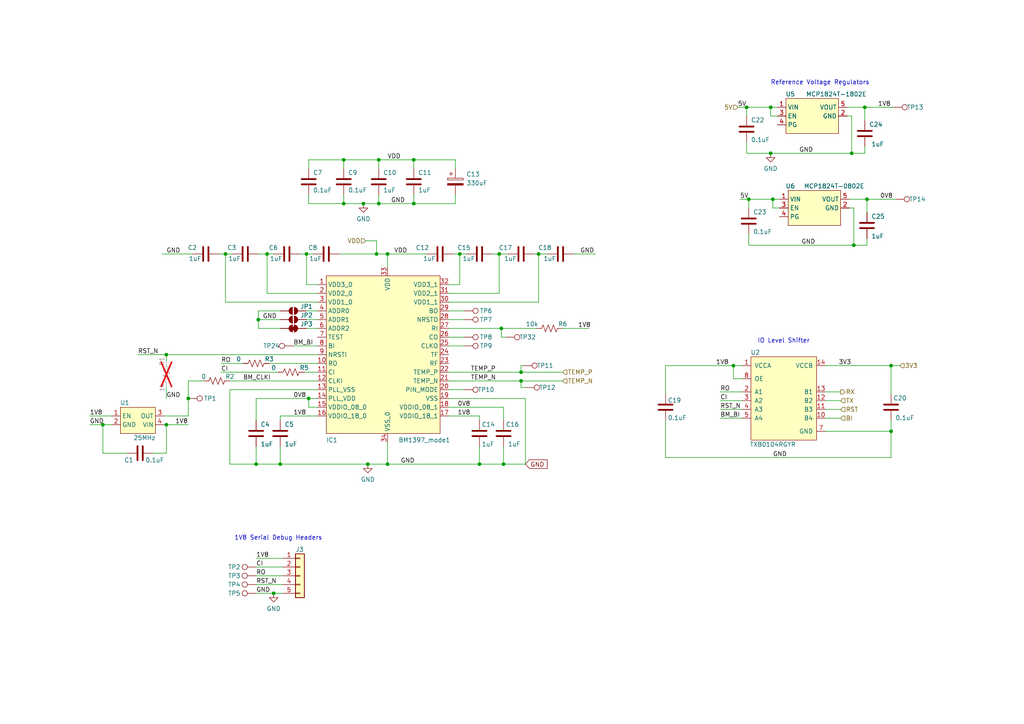
<source format=kicad_sch>
(kicad_sch (version 20230121) (generator eeschema)
  (paper "A4")
  (lib_symbols
    (symbol "Connector:TestPoint" (pin_numbers hide) (pin_names (offset 0.762) hide)
      (property "Reference" "TP" (at 0 6.858 0))
      (property "Value" "TestPoint" (at 0 5.08 0))
      (symbol "TestPoint_0_1"
        (circle (center 0 3.302) (radius 0.762))
      )
      (symbol "TestPoint_1_1"
        (pin passive line (at 0 0 90) (length 2.54) (name "1") (number "1"))
      )
    )
    (symbol "Connector_Generic:Conn_01x05" (pin_names (offset 1.016) hide)
      (property "Reference" "J" (at 0 7.62 0))
      (property "Value" "Conn_01x05" (at 0 -7.62 0))
      (symbol "Conn_01x05_1_1"
        (rectangle (start -1.27 -4.953) (end 0 -5.207) (stroke (width 0.1524)))
        (rectangle (start -1.27 -2.413) (end 0 -2.667) (stroke (width 0.1524)))
        (rectangle (start -1.27 0.127) (end 0 -0.127) (stroke (width 0.1524)))
        (rectangle (start -1.27 2.667) (end 0 2.413) (stroke (width 0.1524)))
        (rectangle (start -1.27 5.207) (end 0 4.953) (stroke (width 0.1524)))
        (rectangle (start -1.27 6.35) (end 1.27 -6.35) (stroke (width 0.254)) (fill (type background)))
        (pin passive line (at -5.08 5.08 0) (length 3.81) (name "Pin_1") (number "1"))
        (pin passive line (at -5.08 2.54 0) (length 3.81) (name "Pin_2") (number "2"))
        (pin passive line (at -5.08 0 0) (length 3.81) (name "Pin_3") (number "3"))
        (pin passive line (at -5.08 -2.54 0) (length 3.81) (name "Pin_4") (number "4"))
        (pin passive line (at -5.08 -5.08 0) (length 3.81) (name "Pin_5") (number "5"))
      )
    )
    (symbol "Device:C" (pin_numbers hide) (pin_names (offset 0.254))
      (property "Reference" "C" (at 0.635 2.54 0))
      (property "Value" "C" (at 0.635 -2.54 0))
      (symbol "C_0_1"
        (polyline (pts (xy -2.032 -0.762) (xy 2.032 -0.762)) (stroke (width 0.508)))
        (polyline (pts (xy -2.032 0.762) (xy 2.032 0.762)) (stroke (width 0.508)))
      )
      (symbol "C_1_1"
        (pin passive line (at 0 3.81 270) (length 2.794) (name "~") (number "1"))
        (pin passive line (at 0 -3.81 90) (length 2.794) (name "~") (number "2"))
      )
    )
    (symbol "Device:C_Polarized" (pin_numbers hide) (pin_names (offset 0.254))
      (property "Reference" "C" (at 0.635 2.54 0))
      (property "Value" "C_Polarized" (at 0.635 -2.54 0))
      (symbol "C_Polarized_0_1"
        (rectangle (start -2.286 0.508) (end 2.286 1.016))
        (polyline (pts (xy -1.778 2.286) (xy -0.762 2.286)))
        (polyline (pts (xy -1.27 2.794) (xy -1.27 1.778)))
        (rectangle (start 2.286 -0.508) (end -2.286 -1.016) (fill (type outline)))
      )
      (symbol "C_Polarized_1_1"
        (pin passive line (at 0 3.81 270) (length 2.794) (name "~") (number "1"))
        (pin passive line (at 0 -3.81 90) (length 2.794) (name "~") (number "2"))
      )
    )
    (symbol "Device:R_US" (pin_numbers hide) (pin_names (offset 0))
      (property "Reference" "R" (at 2.54 0 90))
      (property "Value" "R_US" (at -2.54 0 90))
      (symbol "R_US_0_1"
        (polyline (pts (xy 0 -2.286) (xy 0 -2.54)))
        (polyline (pts (xy 0 2.286) (xy 0 2.54)))
        (polyline (pts (xy 0 -0.762) (xy 1.016 -1.143) (xy 0 -1.524) (xy -1.016 -1.905) (xy 0 -2.286)))
        (polyline (pts (xy 0 0.762) (xy 1.016 0.381) (xy 0 0) (xy -1.016 -0.381) (xy 0 -0.762)))
        (polyline (pts (xy 0 2.286) (xy 1.016 1.905) (xy 0 1.524) (xy -1.016 1.143) (xy 0 0.762)))
      )
      (symbol "R_US_1_1"
        (pin passive line (at 0 3.81 270) (length 1.27) (name "~") (number "1"))
        (pin passive line (at 0 -3.81 90) (length 1.27) (name "~") (number "2"))
      )
    )
    (symbol "Jumper:SolderJumper_2_Open" (pin_numbers hide) (pin_names (offset 0) hide)
      (property "Reference" "JP" (at 0 2.032 0))
      (property "Value" "SolderJumper_2_Open" (at 0 -2.54 0))
      (symbol "SolderJumper_2_Open_0_1"
        (arc (start -0.254 1.016) (mid -1.2656 0) (end -0.254 -1.016))
        (arc (start -0.254 1.016) (mid -1.2656 0) (end -0.254 -1.016) (fill (type outline)))
        (polyline (pts (xy -0.254 1.016) (xy -0.254 -1.016)))
        (polyline (pts (xy 0.254 1.016) (xy 0.254 -1.016)))
        (arc (start 0.254 -1.016) (mid 1.2656 0) (end 0.254 1.016))
        (arc (start 0.254 -1.016) (mid 1.2656 0) (end 0.254 1.016) (fill (type outline)))
      )
      (symbol "SolderJumper_2_Open_1_1"
        (pin passive line (at -3.81 0 0) (length 2.54) (name "A") (number "1"))
        (pin passive line (at 3.81 0 180) (length 2.54) (name "B") (number "2"))
      )
    )
    (symbol "MCP1824_1"
      (property "Reference" "U" (at -7.62 5.08 0))
      (property "Value" "MCP1824_1" (at 5.08 5.08 0))
      (symbol "MCP1824_1_0_1"
        (rectangle (start -7.62 3.81) (end 7.62 -6.35) (stroke (width 0.1524)) (fill (type background)))
      )
      (symbol "MCP1824_1_1_0"
        (pin bidirectional line (at -10.16 1.27 0) (length 2.54) (name "VIN") (number "1"))
        (pin bidirectional line (at 10.16 -1.27 180) (length 2.54) (name "GND") (number "2"))
        (pin bidirectional line (at -10.16 -1.27 0) (length 2.54) (name "EN") (number "3"))
        (pin bidirectional line (at -10.16 -3.81 0) (length 2.54) (name "PG") (number "4"))
        (pin bidirectional line (at 10.16 1.27 180) (length 2.54) (name "VOUT") (number "5"))
      )
    )
    (symbol "SolderJumper_2_Bridged_5" (pin_numbers hide) (pin_names (offset 0) hide)
      (property "Reference" "JP" (at 0 2.032 0))
      (property "Value" "SolderJumper_2_Bridged_5" (at 0 -2.54 0))
      (symbol "SolderJumper_2_Bridged_5_0_1"
        (rectangle (start -0.508 0.508) (end 0.508 -0.508) (fill (type outline)))
        (arc (start -0.254 1.016) (mid -1.2656 0) (end -0.254 -1.016))
        (arc (start -0.254 1.016) (mid -1.2656 0) (end -0.254 -1.016) (fill (type outline)))
        (polyline (pts (xy -0.254 1.016) (xy -0.254 -1.016)))
        (polyline (pts (xy 0.254 1.016) (xy 0.254 -1.016)))
        (arc (start 0.254 -1.016) (mid 1.2656 0) (end 0.254 1.016))
        (arc (start 0.254 -1.016) (mid 1.2656 0) (end 0.254 1.016) (fill (type outline)))
      )
      (symbol "SolderJumper_2_Bridged_5_1_1"
        (pin passive line (at -3.81 0 0) (length 2.54) (name "A") (number "1"))
        (pin passive line (at 3.81 0 180) (length 2.54) (name "B") (number "2"))
      )
    )
    (symbol "bitaxe:BM1397_mode1"
      (property "Reference" "IC" (at -17.78 17.78 0))
      (property "Value" "BM1397_mode1" (at -17.78 -30.48 0))
      (symbol "BM1397_mode1_1_0"
        (pin bidirectional line (at -20.32 15.24 0) (length 2.54) (name "VDD3_0") (number "1"))
        (pin bidirectional line (at -20.32 -7.62 0) (length 2.54) (name "RO") (number "10"))
        (pin bidirectional line (at -20.32 -10.16 0) (length 2.54) (name "CI") (number "11"))
        (pin bidirectional line (at -20.32 -12.7 0) (length 2.54) (name "CLKI") (number "12"))
        (pin bidirectional line (at -20.32 -15.24 0) (length 2.54) (name "PLL_VSS") (number "13"))
        (pin bidirectional line (at -20.32 -17.78 0) (length 2.54) (name "PLL_VDD") (number "14"))
        (pin bidirectional line (at -20.32 -20.32 0) (length 2.54) (name "VDDIO_08_0") (number "15"))
        (pin bidirectional line (at -20.32 -22.86 0) (length 2.54) (name "VDDIO_18_0") (number "16"))
        (pin bidirectional line (at 17.78 -22.86 180) (length 2.54) (name "VDDIO_18_1") (number "17"))
        (pin bidirectional line (at 17.78 -20.32 180) (length 2.54) (name "VDDIO_08_1") (number "18"))
        (pin bidirectional line (at 17.78 -17.78 180) (length 2.54) (name "VSS") (number "19"))
        (pin bidirectional line (at -20.32 12.7 0) (length 2.54) (name "VDD2_0") (number "2"))
        (pin bidirectional line (at 17.78 -15.24 180) (length 2.54) (name "PIN_MODE") (number "20"))
        (pin bidirectional line (at 17.78 -12.7 180) (length 2.54) (name "TEMP_N") (number "21"))
        (pin bidirectional line (at 17.78 -10.16 180) (length 2.54) (name "TEMP_P") (number "22"))
        (pin bidirectional line (at 17.78 -7.62 180) (length 2.54) (name "RF") (number "23"))
        (pin bidirectional line (at 17.78 -5.08 180) (length 2.54) (name "TF") (number "24"))
        (pin bidirectional line (at 17.78 -2.54 180) (length 2.54) (name "CLKO") (number "25"))
        (pin bidirectional line (at 17.78 0 180) (length 2.54) (name "CO") (number "26"))
        (pin bidirectional line (at 17.78 2.54 180) (length 2.54) (name "RI") (number "27"))
        (pin bidirectional line (at 17.78 5.08 180) (length 2.54) (name "NRSTO") (number "28"))
        (pin bidirectional line (at 17.78 7.62 180) (length 2.54) (name "BO") (number "29"))
        (pin bidirectional line (at -20.32 10.16 0) (length 2.54) (name "VDD1_0") (number "3"))
        (pin bidirectional line (at 17.78 10.16 180) (length 2.54) (name "VDD1_1") (number "30"))
        (pin bidirectional line (at 17.78 12.7 180) (length 2.54) (name "VDD2_1") (number "31"))
        (pin bidirectional line (at 17.78 15.24 180) (length 2.54) (name "VDD3_1") (number "32"))
        (pin bidirectional line (at 0 20.32 270) (length 2.54) (name "VDD") (number "33"))
        (pin bidirectional line (at 0 -30.48 90) (length 2.54) (name "VSS_0") (number "34"))
        (pin bidirectional line (at -20.32 7.62 0) (length 2.54) (name "ADDR0") (number "4"))
        (pin bidirectional line (at -20.32 5.08 0) (length 2.54) (name "ADDR1") (number "5"))
        (pin bidirectional line (at -20.32 2.54 0) (length 2.54) (name "ADDR2") (number "6"))
        (pin bidirectional line (at -20.32 0 0) (length 2.54) (name "TEST") (number "7"))
        (pin bidirectional line (at -20.32 -2.54 0) (length 2.54) (name "BI") (number "8"))
        (pin bidirectional line (at -20.32 -5.08 0) (length 2.54) (name "NRSTI") (number "9"))
      )
      (symbol "BM1397_mode1_1_1"
        (rectangle (start -17.78 17.78) (end 15.24 -27.94) (stroke (width 0.1524)) (fill (type background)))
      )
    )
    (symbol "bitaxe:MCP1824"
      (property "Reference" "U" (at -7.62 5.08 0))
      (property "Value" "MCP1824" (at 5.08 5.08 0))
      (symbol "MCP1824_0_1"
        (rectangle (start -7.62 3.81) (end 7.62 -6.35) (stroke (width 0.1524)) (fill (type background)))
      )
      (symbol "MCP1824_1_0"
        (pin bidirectional line (at -10.16 1.27 0) (length 2.54) (name "VIN") (number "1"))
        (pin bidirectional line (at 10.16 -1.27 180) (length 2.54) (name "GND") (number "2"))
        (pin bidirectional line (at -10.16 -1.27 0) (length 2.54) (name "EN") (number "3"))
        (pin bidirectional line (at -10.16 -3.81 0) (length 2.54) (name "PG") (number "4"))
        (pin bidirectional line (at 10.16 1.27 180) (length 2.54) (name "VOUT") (number "5"))
      )
    )
    (symbol "bitaxe:TXB0104RGYR" (pin_names (offset 1.016))
      (property "Reference" "U" (at -8.89 12.7 0))
      (property "Value" "TXB0104RGYR" (at -8.89 -11.43 0))
      (symbol "TXB0104RGYR_0_0"
        (rectangle (start -8.89 12.7) (end 10.16 -11.43) (stroke (width 0.1524)) (fill (type background)))
        (pin power_in line (at -11.43 10.16 0) (length 2.54) (name "VCCA") (number "1"))
        (pin bidirectional line (at 12.7 -5.08 180) (length 2.54) (name "B4") (number "10"))
        (pin bidirectional line (at 12.7 -2.54 180) (length 2.54) (name "B3") (number "11"))
        (pin bidirectional line (at 12.7 0 180) (length 2.54) (name "B2") (number "12"))
        (pin bidirectional line (at 12.7 2.54 180) (length 2.54) (name "B1") (number "13"))
        (pin power_in line (at 12.7 10.16 180) (length 2.54) (name "VCCB") (number "14"))
        (pin passive line (at 12.7 -8.89 180) (length 2.54) hide (name "GND") (number "15"))
        (pin passive line (at 12.7 -8.89 180) (length 2.54) hide (name "GND") (number "16"))
        (pin passive line (at 12.7 -8.89 180) (length 2.54) hide (name "GND") (number "17"))
        (pin passive line (at 12.7 -8.89 180) (length 2.54) hide (name "GND") (number "18"))
        (pin passive line (at 12.7 -8.89 180) (length 2.54) hide (name "GND") (number "19"))
        (pin bidirectional line (at -11.43 2.54 0) (length 2.54) (name "A1") (number "2"))
        (pin bidirectional line (at -11.43 0 0) (length 2.54) (name "A2") (number "3"))
        (pin bidirectional line (at -11.43 -2.54 0) (length 2.54) (name "A3") (number "4"))
        (pin bidirectional line (at -11.43 -5.08 0) (length 2.54) (name "A4") (number "5"))
        (pin power_in line (at 12.7 -8.89 180) (length 2.54) (name "GND") (number "7"))
        (pin input line (at -11.43 6.35 0) (length 2.54) (name "OE") (number "8"))
      )
    )
    (symbol "bitaxe:oscillator"
      (property "Reference" "U" (at -3.81 5.08 0))
      (property "Value" "oscillator" (at 0 -5.08 0))
      (symbol "oscillator_0_1"
        (rectangle (start -5.08 3.81) (end 5.08 -3.81) (stroke (width 0.1524)) (fill (type background)))
      )
      (symbol "oscillator_1_0"
        (pin bidirectional line (at -7.62 1.27 0) (length 2.54) (name "EN") (number "1"))
        (pin bidirectional line (at -7.62 -1.27 0) (length 2.54) (name "GND") (number "2"))
        (pin bidirectional line (at 7.62 1.27 180) (length 2.54) (name "OUT") (number "3"))
        (pin bidirectional line (at 7.62 -1.27 180) (length 2.54) (name "VIN") (number "4"))
      )
    )
    (symbol "power:GND" (power) (pin_names (offset 0))
      (property "Value" "GND" (at 0 -3.81 0))
      (symbol "GND_0_1"
        (polyline (pts (xy 0 0) (xy 0 -1.27) (xy 1.27 -1.27) (xy 0 -2.54) (xy -1.27 -1.27) (xy 0 -1.27)))
      )
      (symbol "GND_1_1"
        (pin power_in line (at 0 0 270) (length 0) hide (name "GND") (number "1"))
      )
    )
  )
  (junction (at 120.015 46.355))
  (junction (at 112.395 134.62))
  (junction (at 151.13 107.95))
  (junction (at 133.35 73.66))
  (junction (at 146.05 134.62))
  (junction (at 223.52 44.45))
  (junction (at 144.78 73.66))
  (junction (at 216.535 31.115) (diameter 0.9144))
  (junction (at 224.155 57.785))
  (junction (at 258.445 125.095))
  (junction (at 79.375 172.085))
  (junction (at 105.41 59.055))
  (junction (at 65.405 73.66))
  (junction (at 139.065 134.62))
  (junction (at 106.68 134.62))
  (junction (at 247.65 71.12) (diameter 0.9144))
  (junction (at 151.13 110.49))
  (junction (at 29.845 123.19))
  (junction (at 250.825 31.115) (diameter 0.9144))
  (junction (at 81.28 134.62))
  (junction (at 217.17 57.785) (diameter 0.9144))
  (junction (at 247.015 44.45) (diameter 0.9144))
  (junction (at 223.52 31.115))
  (junction (at 145.415 95.25))
  (junction (at 109.22 73.66))
  (junction (at 99.695 46.355) (diameter 0.9144))
  (junction (at 112.395 73.66))
  (junction (at 99.695 59.055) (diameter 0.9144))
  (junction (at 77.47 73.66))
  (junction (at 89.535 115.57))
  (junction (at 74.93 92.71))
  (junction (at 120.015 59.055))
  (junction (at 109.855 46.355) (diameter 0.9144))
  (junction (at 109.855 59.055) (diameter 0.9144))
  (junction (at 88.9 73.66))
  (junction (at 212.725 106.045))
  (junction (at 48.26 123.19))
  (junction (at 48.26 102.87))
  (junction (at 156.21 73.66))
  (junction (at 54.61 115.57))
  (junction (at 258.445 106.045))
  (junction (at 74.295 134.62))
  (junction (at 251.46 57.785) (diameter 0.9144))
  (wire (pts (xy 130.175 113.03) (xy 134.62 113.03)))
  (wire (pts (xy 26.035 120.65) (xy 32.385 120.65)))
  (wire (pts (xy 54.61 110.49) (xy 59.055 110.49)))
  (wire (pts (xy 208.915 121.285) (xy 215.265 121.285)))
  (wire (pts (xy 132.08 48.895) (xy 132.08 46.355)))
  (wire (pts (xy 47.625 123.19) (xy 48.26 123.19)))
  (wire (pts (xy 130.175 118.11) (xy 146.05 118.11)))
  (wire (pts (xy 74.295 161.925) (xy 81.915 161.925)))
  (wire (pts (xy 156.21 87.63) (xy 156.21 73.66)))
  (wire (pts (xy 74.295 172.085) (xy 79.375 172.085)))
  (wire (pts (xy 144.78 85.09) (xy 144.78 73.66)))
  (wire (pts (xy 130.175 107.95) (xy 151.13 107.95)))
  (wire (pts (xy 29.845 123.19) (xy 32.385 123.19)))
  (wire (pts (xy 130.175 120.65) (xy 139.065 120.65)))
  (wire (pts (xy 151.13 107.95) (xy 163.195 107.95)))
  (wire (pts (xy 46.99 73.66) (xy 55.88 73.66)))
  (wire (pts (xy 193.04 106.045) (xy 212.725 106.045)))
  (wire (pts (xy 130.175 92.71) (xy 134.62 92.71)))
  (wire (pts (xy 239.395 118.745) (xy 243.84 118.745)))
  (wire (pts (xy 105.41 59.055) (xy 99.695 59.055)))
  (wire (pts (xy 74.93 92.71) (xy 81.28 92.71)))
  (wire (pts (xy 109.22 73.66) (xy 112.395 73.66)))
  (wire (pts (xy 112.395 134.62) (xy 139.065 134.62)))
  (wire (pts (xy 48.26 112.395) (xy 48.26 115.57)))
  (wire (pts (xy 250.825 42.545) (xy 250.825 44.45)))
  (wire (pts (xy 152.4 134.62) (xy 152.4 115.57)))
  (wire (pts (xy 247.015 33.655) (xy 245.745 33.655)))
  (wire (pts (xy 217.17 57.785) (xy 224.155 57.785)))
  (wire (pts (xy 48.26 123.19) (xy 54.61 123.19)))
  (wire (pts (xy 208.915 118.745) (xy 215.265 118.745)))
  (wire (pts (xy 151.13 106.045) (xy 151.13 107.95)))
  (wire (pts (xy 26.035 123.19) (xy 29.845 123.19)))
  (wire (pts (xy 258.445 125.095) (xy 258.445 132.715)))
  (wire (pts (xy 247.65 60.325) (xy 246.38 60.325)))
  (wire (pts (xy 48.26 131.445) (xy 48.26 123.19)))
  (wire (pts (xy 85.09 100.33) (xy 92.075 100.33)))
  (wire (pts (xy 99.695 48.895) (xy 99.695 46.355)))
  (wire (pts (xy 250.825 44.45) (xy 247.015 44.45)))
  (wire (pts (xy 109.855 56.515) (xy 109.855 59.055)))
  (wire (pts (xy 79.375 172.085) (xy 81.915 172.085)))
  (wire (pts (xy 217.17 67.945) (xy 217.17 71.12)))
  (wire (pts (xy 130.175 85.09) (xy 144.78 85.09)))
  (wire (pts (xy 166.37 73.66) (xy 172.72 73.66)))
  (wire (pts (xy 215.265 109.855) (xy 212.725 109.855)))
  (wire (pts (xy 81.28 120.65) (xy 92.075 120.65)))
  (wire (pts (xy 44.45 131.445) (xy 48.26 131.445)))
  (wire (pts (xy 217.17 57.785) (xy 217.17 60.325)))
  (wire (pts (xy 66.675 113.03) (xy 92.075 113.03)))
  (wire (pts (xy 74.295 129.54) (xy 74.295 134.62)))
  (wire (pts (xy 247.65 71.12) (xy 217.17 71.12)))
  (wire (pts (xy 131.445 73.66) (xy 133.35 73.66)))
  (wire (pts (xy 251.46 69.215) (xy 251.46 71.12)))
  (wire (pts (xy 208.915 113.665) (xy 215.265 113.665)))
  (wire (pts (xy 109.855 48.895) (xy 109.855 46.355)))
  (wire (pts (xy 251.46 57.785) (xy 259.715 57.785)))
  (wire (pts (xy 86.995 73.66) (xy 88.9 73.66)))
  (wire (pts (xy 142.875 73.66) (xy 144.78 73.66)))
  (wire (pts (xy 251.46 71.12) (xy 247.65 71.12)))
  (wire (pts (xy 109.22 69.85) (xy 109.22 73.66)))
  (wire (pts (xy 224.155 60.325) (xy 224.155 57.785)))
  (wire (pts (xy 74.93 95.25) (xy 81.28 95.25)))
  (wire (pts (xy 216.535 41.275) (xy 216.535 44.45)))
  (wire (pts (xy 77.47 73.66) (xy 79.375 73.66)))
  (wire (pts (xy 92.075 118.11) (xy 89.535 118.11)))
  (wire (pts (xy 239.395 121.285) (xy 243.84 121.285)))
  (wire (pts (xy 223.52 31.115) (xy 225.425 31.115)))
  (wire (pts (xy 65.405 87.63) (xy 65.405 73.66)))
  (wire (pts (xy 247.65 60.325) (xy 247.65 71.12)))
  (wire (pts (xy 120.015 59.055) (xy 109.855 59.055)))
  (wire (pts (xy 89.535 115.57) (xy 92.075 115.57)))
  (wire (pts (xy 74.93 73.66) (xy 77.47 73.66)))
  (wire (pts (xy 151.13 112.395) (xy 151.13 110.49)))
  (wire (pts (xy 88.9 95.25) (xy 92.075 95.25)))
  (wire (pts (xy 258.445 106.045) (xy 260.985 106.045)))
  (wire (pts (xy 258.445 106.045) (xy 258.445 114.3)))
  (wire (pts (xy 54.61 115.57) (xy 54.61 110.49)))
  (wire (pts (xy 64.135 107.95) (xy 80.645 107.95)))
  (wire (pts (xy 133.35 73.66) (xy 135.255 73.66)))
  (wire (pts (xy 239.395 116.205) (xy 243.84 116.205)))
  (wire (pts (xy 146.685 97.79) (xy 145.415 97.79)))
  (wire (pts (xy 223.52 33.655) (xy 225.425 33.655)))
  (wire (pts (xy 239.395 125.095) (xy 258.445 125.095)))
  (wire (pts (xy 48.26 102.87) (xy 92.075 102.87)))
  (wire (pts (xy 130.175 95.25) (xy 145.415 95.25)))
  (wire (pts (xy 99.695 59.055) (xy 89.535 59.055)))
  (wire (pts (xy 123.825 73.66) (xy 112.395 73.66)))
  (wire (pts (xy 74.295 134.62) (xy 81.28 134.62)))
  (wire (pts (xy 65.405 73.66) (xy 67.31 73.66)))
  (wire (pts (xy 224.155 57.785) (xy 226.06 57.785)))
  (wire (pts (xy 98.425 73.66) (xy 109.22 73.66)))
  (wire (pts (xy 92.075 82.55) (xy 88.9 82.55)))
  (wire (pts (xy 74.93 92.71) (xy 74.93 95.25)))
  (wire (pts (xy 66.675 113.03) (xy 66.675 134.62)))
  (wire (pts (xy 74.295 115.57) (xy 89.535 115.57)))
  (wire (pts (xy 89.535 56.515) (xy 89.535 59.055)))
  (wire (pts (xy 152.4 112.395) (xy 151.13 112.395)))
  (wire (pts (xy 247.015 33.655) (xy 247.015 44.45)))
  (wire (pts (xy 109.855 59.055) (xy 105.41 59.055)))
  (wire (pts (xy 154.94 73.66) (xy 156.21 73.66)))
  (wire (pts (xy 109.855 46.355) (xy 120.015 46.355)))
  (wire (pts (xy 64.135 105.41) (xy 70.485 105.41)))
  (wire (pts (xy 63.5 73.66) (xy 65.405 73.66)))
  (wire (pts (xy 239.395 113.665) (xy 243.84 113.665)))
  (wire (pts (xy 246.38 57.785) (xy 251.46 57.785)))
  (wire (pts (xy 120.015 48.895) (xy 120.015 46.355)))
  (wire (pts (xy 106.045 69.85) (xy 109.22 69.85)))
  (wire (pts (xy 77.47 85.09) (xy 77.47 73.66)))
  (wire (pts (xy 74.295 121.92) (xy 74.295 115.57)))
  (wire (pts (xy 146.05 134.62) (xy 152.4 134.62)))
  (wire (pts (xy 216.535 31.115) (xy 223.52 31.115)))
  (wire (pts (xy 213.995 31.115) (xy 216.535 31.115)))
  (wire (pts (xy 145.415 95.25) (xy 155.575 95.25)))
  (wire (pts (xy 74.93 90.17) (xy 74.93 92.71)))
  (wire (pts (xy 130.175 100.33) (xy 134.62 100.33)))
  (wire (pts (xy 216.535 31.115) (xy 216.535 33.655)))
  (wire (pts (xy 139.065 129.54) (xy 139.065 134.62)))
  (wire (pts (xy 130.175 97.79) (xy 134.62 97.79)))
  (wire (pts (xy 146.05 118.11) (xy 146.05 121.92)))
  (wire (pts (xy 224.155 60.325) (xy 226.06 60.325)))
  (wire (pts (xy 81.28 129.54) (xy 81.28 134.62)))
  (wire (pts (xy 163.195 95.25) (xy 170.815 95.25)))
  (wire (pts (xy 214.63 57.785) (xy 217.17 57.785)))
  (wire (pts (xy 81.28 90.17) (xy 74.93 90.17)))
  (wire (pts (xy 146.05 129.54) (xy 146.05 134.62)))
  (wire (pts (xy 47.625 120.65) (xy 54.61 120.65)))
  (wire (pts (xy 245.745 31.115) (xy 250.825 31.115)))
  (wire (pts (xy 133.35 82.55) (xy 133.35 73.66)))
  (wire (pts (xy 258.445 121.92) (xy 258.445 125.095)))
  (wire (pts (xy 88.265 107.95) (xy 92.075 107.95)))
  (wire (pts (xy 99.695 56.515) (xy 99.695 59.055)))
  (wire (pts (xy 151.13 110.49) (xy 163.195 110.49)))
  (wire (pts (xy 193.04 121.92) (xy 193.04 132.715)))
  (wire (pts (xy 48.26 102.87) (xy 48.26 104.775)))
  (wire (pts (xy 144.78 73.66) (xy 147.32 73.66)))
  (wire (pts (xy 112.395 73.66) (xy 112.395 77.47)))
  (wire (pts (xy 130.175 82.55) (xy 133.35 82.55)))
  (wire (pts (xy 92.075 87.63) (xy 65.405 87.63)))
  (wire (pts (xy 139.065 120.65) (xy 139.065 121.92)))
  (wire (pts (xy 89.535 46.355) (xy 99.695 46.355)))
  (wire (pts (xy 250.825 31.115) (xy 250.825 34.925)))
  (wire (pts (xy 81.28 121.92) (xy 81.28 120.65)))
  (wire (pts (xy 223.52 44.45) (xy 216.535 44.45)))
  (wire (pts (xy 130.175 87.63) (xy 156.21 87.63)))
  (wire (pts (xy 92.075 85.09) (xy 77.47 85.09)))
  (wire (pts (xy 156.21 73.66) (xy 158.75 73.66)))
  (wire (pts (xy 251.46 57.785) (xy 251.46 61.595)))
  (wire (pts (xy 120.015 46.355) (xy 132.08 46.355)))
  (wire (pts (xy 250.825 31.115) (xy 259.08 31.115)))
  (wire (pts (xy 193.04 114.3) (xy 193.04 106.045)))
  (wire (pts (xy 130.175 110.49) (xy 151.13 110.49)))
  (wire (pts (xy 74.295 167.005) (xy 81.915 167.005)))
  (wire (pts (xy 223.52 33.655) (xy 223.52 31.115)))
  (wire (pts (xy 88.9 92.71) (xy 92.075 92.71)))
  (wire (pts (xy 89.535 118.11) (xy 89.535 115.57)))
  (wire (pts (xy 99.695 46.355) (xy 109.855 46.355)))
  (wire (pts (xy 152.4 115.57) (xy 130.175 115.57)))
  (wire (pts (xy 239.395 106.045) (xy 258.445 106.045)))
  (wire (pts (xy 132.08 56.515) (xy 132.08 59.055)))
  (wire (pts (xy 36.83 131.445) (xy 29.845 131.445)))
  (wire (pts (xy 40.005 102.87) (xy 48.26 102.87)))
  (wire (pts (xy 120.015 56.515) (xy 120.015 59.055)))
  (wire (pts (xy 89.535 48.895) (xy 89.535 46.355)))
  (wire (pts (xy 88.9 73.66) (xy 90.805 73.66)))
  (wire (pts (xy 212.725 109.855) (xy 212.725 106.045)))
  (wire (pts (xy 145.415 97.79) (xy 145.415 95.25)))
  (wire (pts (xy 78.105 105.41) (xy 92.075 105.41)))
  (wire (pts (xy 81.28 134.62) (xy 106.68 134.62)))
  (wire (pts (xy 74.295 164.465) (xy 81.915 164.465)))
  (wire (pts (xy 88.9 73.66) (xy 88.9 82.55)))
  (wire (pts (xy 212.725 106.045) (xy 215.265 106.045)))
  (wire (pts (xy 74.295 169.545) (xy 81.915 169.545)))
  (wire (pts (xy 208.915 116.205) (xy 215.265 116.205)))
  (wire (pts (xy 130.175 90.17) (xy 134.62 90.17)))
  (wire (pts (xy 193.04 132.715) (xy 258.445 132.715)))
  (wire (pts (xy 29.845 131.445) (xy 29.845 123.19)))
  (wire (pts (xy 66.675 110.49) (xy 92.075 110.49)))
  (wire (pts (xy 120.015 59.055) (xy 132.08 59.055)))
  (wire (pts (xy 112.395 134.62) (xy 112.395 128.27)))
  (wire (pts (xy 54.61 120.65) (xy 54.61 115.57)))
  (wire (pts (xy 139.065 134.62) (xy 146.05 134.62)))
  (wire (pts (xy 88.9 90.17) (xy 92.075 90.17)))
  (wire (pts (xy 66.675 134.62) (xy 74.295 134.62)))
  (wire (pts (xy 106.68 134.62) (xy 112.395 134.62)))
  (wire (pts (xy 151.765 106.045) (xy 151.13 106.045)))
  (wire (pts (xy 247.015 44.45) (xy 223.52 44.45)))
  (text "1V8 Serial Debug Headers" (at 67.945 156.845 0) (effects (font (size 1.27 1.27)) (justify left bottom)))
  (text "Reference Voltage Regulators" (at 223.52 24.765 0) (effects (font (size 1.27 1.27)) (justify left bottom)))
  (text "IO Level Shifter" (at 219.71 99.695 0) (effects (font (size 1.27 1.27)) (justify left bottom)))
  (label "GND" (at 231.775 44.45 0))
  (label "GND" (at 74.295 172.085 0))
  (label "1V8" (at 254.635 31.115 0))
  (label "BM_CLKI" (at 70.485 110.49 0))
  (label "TEMP_P" (at 136.525 107.95 0))
  (label "1V8" (at 167.64 95.25 0))
  (label "CI" (at 74.295 164.465 0))
  (label "GND" (at 116.205 134.62 0))
  (label "0V8" (at 132.715 118.11 0))
  (label "1V8" (at 132.715 120.65 0))
  (label "5V" (at 214.63 57.785 0))
  (label "RO" (at 208.915 113.665 0))
  (label "1V8" (at 26.035 120.65 0))
  (label "VDD" (at 114.3 73.66 0))
  (label "RST_N" (at 74.295 169.545 0))
  (label "0V8" (at 255.27 57.785 0))
  (label "BM_BI" (at 85.09 100.33 0))
  (label "GND" (at 76.2 92.71 0))
  (label "GND" (at 26.035 123.19 0))
  (label "RO" (at 74.295 167.005 0))
  (label "GND" (at 48.26 115.57 0))
  (label "5V" (at 213.995 31.115 0))
  (label "VDD" (at 112.395 46.355 0))
  (label "1V8" (at 207.645 106.045 0))
  (label "1V8" (at 85.09 120.65 0))
  (label "RO" (at 64.135 105.41 0))
  (label "GND" (at 232.41 71.12 0))
  (label "RST_N" (at 40.005 102.87 0))
  (label "CI" (at 64.135 107.95 0))
  (label "GND" (at 168.275 73.66 0))
  (label "GND" (at 224.155 132.715 0))
  (label "BM_BI" (at 208.915 121.285 0))
  (label "CI" (at 208.915 116.205 0))
  (label "1V8" (at 50.8 123.19 0))
  (label "0V8" (at 85.09 115.57 0))
  (label "GND" (at 117.475 59.055 180))
  (label "1V8" (at 74.295 161.925 0))
  (label "TEMP_N" (at 136.525 110.49 0))
  (label "GND" (at 48.26 73.66 0))
  (label "RST_N" (at 208.915 118.745 0))
  (label "3V3" (at 243.205 106.045 0))
  (global_label "GND" (shape input) (at 152.4 134.62 0) (property "Intersheetrefs" "${INTERSHEET_REFS}" (effects hide)))
  (hierarchical_label "RST" (shape input) (at 243.84 118.745 0))
  (hierarchical_label "5V" (shape input) (at 213.995 31.115 180))
  (hierarchical_label "3V3" (shape input) (at 260.985 106.045 0))
  (hierarchical_label "TX" (shape input) (at 243.84 116.205 0))
  (hierarchical_label "TEMP_N" (shape input) (at 163.195 110.49 0))
  (hierarchical_label "BI" (shape input) (at 243.84 121.285 0))
  (hierarchical_label "VDD" (shape input) (at 106.045 69.85 180))
  (hierarchical_label "RX" (shape output) (at 243.84 113.665 0))
  (hierarchical_label "TEMP_P" (shape input) (at 163.195 107.95 0))
  (symbol (lib_id "Device:C") (at 250.825 38.735 0) (unit 1)
    (property "Reference" "C24" (at 252.095 36.83 0) (effects (justify left bottom)))
    (property "Value" "1uF" (at 252.73 42.545 0) (effects (justify left bottom)))
    (property "Footprint" "Capacitor_SMD:C_0402_1005Metric" (effects hide))
    (property "DK" "587-5514-1-ND" (effects hide))
    (property "PARTNO" "EMK105BJ105MV-F" (effects hide))
  )
  (symbol (lib_id "Device:C") (at 216.535 37.465 0) (unit 1)
    (property "Reference" "C22" (at 217.805 35.56 0) (effects (justify left bottom)))
    (property "Value" "0.1uF" (at 217.805 41.275 0) (effects (justify left bottom)))
    (property "Footprint" "Capacitor_SMD:C_0402_1005Metric" (effects hide))
    (property "DK" "1292-1639-1-ND" (effects hide))
    (property "PARTNO" "0402X104K100CT" (effects hide))
  )
  (symbol (lib_id "Connector:TestPoint") (at 74.295 169.545 90) (mirror x) (unit 1) (in_bom no)
    (property "Reference" "TP4" (at 67.945 169.545 90))
    (property "Value" "TestPoint" (effects hide))
    (property "Footprint" "TestPoint:TestPoint_Pad_D1.5mm" (effects hide))
  )
  (symbol (lib_id "Jumper:SolderJumper_2_Open") (at 85.09 90.17 0) (unit 1) (in_bom no)
    (property "Reference" "JP1" (at 88.9 88.9 0))
    (property "Value" "SolderJumper_2_Open" (effects hide))
    (property "Footprint" "Jumper:SolderJumper-2_P1.3mm_Open_RoundedPad1.0x1.5mm" (effects hide))
  )
  (symbol (lib_id "Device:C") (at 89.535 52.705 0) (unit 1)
    (property "Reference" "C7" (at 90.805 50.8 0) (effects (justify left bottom)))
    (property "Value" "0.1uF" (at 90.805 55.88 0) (effects (justify left bottom)))
    (property "Footprint" "Capacitor_SMD:C_0402_1005Metric" (effects hide))
    (property "DK" "1292-1639-1-ND" (effects hide))
    (property "PARTNO" "0402X104K100CT" (effects hide))
  )
  (symbol (lib_id "Device:C") (at 162.56 73.66 90) (unit 1)
    (property "Reference" "C18" (at 160.02 71.12 90) (effects (justify left bottom)))
    (property "Value" "1uF" (at 161.29 74.295 90) (effects (justify left bottom)))
    (property "Footprint" "Capacitor_SMD:C_0402_1005Metric" (effects hide))
    (property "DK" "587-5514-1-ND" (effects hide))
    (property "PARTNO" "EMK105BJ105MV-F" (effects hide))
  )
  (symbol (lib_id "Device:R_US") (at 74.295 105.41 90) (unit 1)
    (property "Reference" "R3" (at 78.105 104.14 90))
    (property "Value" "0" (at 69.215 104.14 90))
    (property "Footprint" "Resistor_SMD:R_0402_1005Metric" (effects hide))
    (property "DK" "RMCF0402ZT0R00CT-ND" (effects hide))
    (property "PARTNO" "RMCF0402ZT0R00" (effects hide))
  )
  (symbol (lib_id "power:GND") (at 106.68 134.62 0) (mirror y) (unit 1)
    (property "Reference" "#PWR02" (effects hide))
    (property "Value" "GND" (at 106.68 139.065 0))
  )
  (symbol (lib_id "Device:R_US") (at 159.385 95.25 90) (unit 1)
    (property "Reference" "R6" (at 163.195 93.98 90))
    (property "Value" "10k" (at 154.305 93.98 90))
    (property "Footprint" "Resistor_SMD:R_0402_1005Metric" (effects hide))
    (property "DK" "311-10KJRCT-ND" (effects hide))
    (property "PARTNO" "RC0402JR-0710KL" (effects hide))
  )
  (symbol (lib_id "Device:C") (at 151.13 73.66 90) (unit 1)
    (property "Reference" "C17" (at 148.59 71.12 90) (effects (justify left bottom)))
    (property "Value" "1uF" (at 149.86 74.295 90) (effects (justify left bottom)))
    (property "Footprint" "Capacitor_SMD:C_0402_1005Metric" (effects hide))
    (property "DK" "587-5514-1-ND" (effects hide))
    (property "PARTNO" "EMK105BJ105MV-F" (effects hide))
  )
  (symbol (lib_id "Connector:TestPoint") (at 85.09 100.33 90) (mirror x) (unit 1) (in_bom no)
    (property "Reference" "TP24" (at 78.74 100.33 90))
    (property "Value" "TestPoint" (effects hide))
    (property "Footprint" "TestPoint:TestPoint_Pad_D1.5mm" (effects hide))
  )
  (symbol (lib_id "bitaxe:BM1397_mode1") (at 112.395 97.79 0) (unit 1)
    (property "Reference" "IC1" (at 94.615 127.635 0) (effects (justify left)))
    (property "Value" "BM1397_mode1" (at 115.57 127.635 0) (effects (justify left)))
    (property "Footprint" "bitaxe:BM1397" (effects hide))
  )
  (symbol (lib_id "Connector:TestPoint") (at 74.295 167.005 90) (unit 1) (in_bom no)
    (property "Reference" "TP3" (at 67.945 167.005 90))
    (property "Value" "TestPoint" (effects hide))
    (property "Footprint" "TestPoint:TestPoint_Pad_D1.5mm" (effects hide))
  )
  (symbol (lib_id "Connector:TestPoint") (at 134.62 90.17 270) (mirror x) (unit 1) (in_bom no)
    (property "Reference" "TP6" (at 140.97 90.17 90))
    (property "Value" "TestPoint" (effects hide))
    (property "Footprint" "TestPoint:TestPoint_Pad_D1.5mm" (effects hide))
  )
  (symbol (lib_id "Connector_Generic:Conn_01x05") (at 86.995 167.005 0) (unit 1)
    (property "Reference" "J3" (at 85.725 159.385 0) (effects (justify left)))
    (property "Value" "Conn_01x05" (effects hide))
    (property "Footprint" "Connector_PinHeader_2.54mm:PinHeader_1x05_P2.54mm_Vertical" (effects hide))
  )
  (symbol (lib_id "Connector:TestPoint") (at 134.62 100.33 270) (mirror x) (unit 1) (in_bom no)
    (property "Reference" "TP9" (at 140.97 100.33 90))
    (property "Value" "TestPoint" (effects hide))
    (property "Footprint" "TestPoint:TestPoint_Pad_D1.5mm" (effects hide))
  )
  (symbol (lib_name "SolderJumper_2_Bridged_5") (lib_id "Jumper:SolderJumper_2_Bridged") (at 85.09 95.25 0) (unit 1) (in_bom no)
    (property "Reference" "JP3" (at 88.9 93.98 0))
    (property "Value" "SolderJumper_2_Bridged" (effects hide))
    (property "Footprint" "Jumper:SolderJumper-2_P1.3mm_Bridged2Bar_RoundedPad1.0x1.5mm" (effects hide))
  )
  (symbol (lib_id "Device:C") (at 258.445 118.11 0) (unit 1)
    (property "Reference" "C20" (at 259.08 116.205 0) (effects (justify left bottom)))
    (property "Value" "0.1uF" (at 259.715 121.92 0) (effects (justify left bottom)))
    (property "Footprint" "Capacitor_SMD:C_0402_1005Metric" (effects hide))
    (property "DK" "1292-1639-1-ND" (effects hide))
    (property "PARTNO" "0402X104K100CT" (effects hide))
  )
  (symbol (lib_id "bitaxe:oscillator") (at 40.005 121.92 0) (unit 1)
    (property "Reference" "U1" (at 36.195 116.84 0))
    (property "Value" "25MHz" (at 41.91 127 0))
    (property "Footprint" "bitaxe:O 25,0-JO32-B-1V3-1-T1-LF" (effects hide))
    (property "Datasheet" "https://www.jauch.com/downloadfile/5ef1edcfb8e2f73163c8ce8009ef659d1/jo32-1.8-3.3v.pdf" (effects hide))
    (property "DK" "1908-O250-JO32-B-1V3-1-T1-LFCT-ND" (effects hide))
    (property "PARTNO" "O 25,0-JO32-B-1V3-1-T1-LF" (effects hide))
  )
  (symbol (lib_id "Device:C") (at 99.695 52.705 0) (unit 1)
    (property "Reference" "C9" (at 100.965 50.8 0) (effects (justify left bottom)))
    (property "Value" "0.1uF" (at 100.965 55.88 0) (effects (justify left bottom)))
    (property "Footprint" "Capacitor_SMD:C_0402_1005Metric" (effects hide))
    (property "DK" "1292-1639-1-ND" (effects hide))
    (property "PARTNO" "0402X104K100CT" (effects hide))
  )
  (symbol (lib_id "Device:C") (at 193.04 118.11 0) (unit 1)
    (property "Reference" "C19" (at 193.675 116.84 0) (effects (justify left bottom)))
    (property "Value" "0.1uF" (at 193.675 121.92 0) (effects (justify left bottom)))
    (property "Footprint" "Capacitor_SMD:C_0402_1005Metric" (effects hide))
    (property "DK" "1292-1639-1-ND" (effects hide))
    (property "PARTNO" "0402X104K100CT" (effects hide))
  )
  (symbol (lib_id "Device:C_Polarized") (at 132.08 52.705 0) (unit 1)
    (property "Reference" "C13" (at 135.255 50.5459 0) (effects (justify left)))
    (property "Value" "330uF" (at 135.255 53.0859 0) (effects (justify left)))
    (property "Footprint" "Capacitor_Tantalum_SMD:CP_EIA-7343-31_Kemet-D_Pad2.25x2.55mm_HandSolder" (effects hide))
    (property "DK" "718-1028-1-ND" (effects hide))
    (property "PARTNO" "293D337X9010E2TE3" (effects hide))
  )
  (symbol (lib_id "Device:C") (at 40.64 131.445 90) (unit 1)
    (property "Reference" "C1" (at 38.735 132.715 90) (effects (justify left bottom)))
    (property "Value" "0.1uF" (at 47.625 132.715 90) (effects (justify left bottom)))
    (property "Footprint" "Capacitor_SMD:C_0402_1005Metric" (effects hide))
    (property "DK" "1292-1639-1-ND" (effects hide))
    (property "PARTNO" "0402X104K100CT" (effects hide))
  )
  (symbol (lib_id "Connector:TestPoint") (at 259.715 57.785 270) (mirror x) (unit 1) (in_bom no)
    (property "Reference" "TP14" (at 266.065 57.785 90))
    (property "Value" "TestPoint" (effects hide))
    (property "Footprint" "TestPoint:TestPoint_Pad_D1.5mm" (effects hide))
  )
  (symbol (lib_id "Connector:TestPoint") (at 134.62 92.71 270) (mirror x) (unit 1) (in_bom no)
    (property "Reference" "TP7" (at 140.97 92.71 90))
    (property "Value" "TestPoint" (effects hide))
    (property "Footprint" "TestPoint:TestPoint_Pad_D1.5mm" (effects hide))
  )
  (symbol (lib_id "Device:R_US") (at 62.865 110.49 90) (unit 1)
    (property "Reference" "R2" (at 66.675 109.22 90))
    (property "Value" "0" (at 59.055 109.22 90))
    (property "Footprint" "Resistor_SMD:R_0402_1005Metric" (effects hide))
    (property "DK" "RMCF0402ZT0R00CT-ND" (effects hide))
    (property "PARTNO" "RMCF0402ZT0R00" (effects hide))
  )
  (symbol (lib_id "Connector:TestPoint") (at 134.62 113.03 270) (mirror x) (unit 1) (in_bom no)
    (property "Reference" "TP10" (at 140.97 113.03 90))
    (property "Value" "TestPoint" (effects hide))
    (property "Footprint" "TestPoint:TestPoint_Pad_D1.5mm" (effects hide))
  )
  (symbol (lib_id "Device:C") (at 127.635 73.66 90) (unit 1)
    (property "Reference" "C12" (at 124.46 71.12 90) (effects (justify left bottom)))
    (property "Value" "1uF" (at 126.365 74.295 90) (effects (justify left bottom)))
    (property "Footprint" "Capacitor_SMD:C_0402_1005Metric" (effects hide))
    (property "DK" "587-5514-1-ND" (effects hide))
    (property "PARTNO" "EMK105BJ105MV-F" (effects hide))
  )
  (symbol (lib_id "Device:C") (at 109.855 52.705 0) (unit 1)
    (property "Reference" "C10" (at 111.125 50.8 0) (effects (justify left bottom)))
    (property "Value" "1uF" (at 111.125 55.88 0) (effects (justify left bottom)))
    (property "Footprint" "Capacitor_SMD:C_0402_1005Metric" (effects hide))
    (property "DK" "587-5514-1-ND" (effects hide))
    (property "PARTNO" "EMK105BJ105MV-F" (effects hide))
  )
  (symbol (lib_name "MCP1824_1") (lib_id "bitaxe:MCP1824") (at 236.22 59.055 0) (unit 1)
    (property "Reference" "U6" (at 229.235 53.975 0))
    (property "Value" "MCP1824T-0802E" (at 241.935 53.975 0))
    (property "Footprint" "Package_TO_SOT_SMD:SOT-23-5" (effects hide))
    (property "Datasheet" "https://ww1.microchip.com/downloads/en/DeviceDoc/22070a.pdf" (effects hide))
    (property "PARTNO" "MCP1824T-0802E/OT" (effects hide))
    (property "DK" "MCP1824T-0802E/OTCT-ND" (effects hide))
  )
  (symbol (lib_id "bitaxe:TXB0104RGYR") (at 226.695 116.205 0) (unit 1)
    (property "Reference" "U2" (at 219.075 102.235 0))
    (property "Value" "TXB0104RGYR" (at 224.155 128.905 0))
    (property "Footprint" "bitaxe:TXB0104" (effects hide))
    (property "Datasheet" "https://www.ti.com/lit/ds/symlink/txb0104.pdf?HQS=dis-dk-null-digikeymode-dsf-pf-null-wwe&ts=1669420543825&ref_url=https%253A%252F%252Fwww.ti.com%252Fgeneral%252Fdocs%252Fsuppproductinfo.tsp%253FdistId%253D10%2526gotoUrl%253Dhttps%253A%252F%252Fwww.ti.com%252Flit%252Fgpn%252Ftxb0104" (effects hide))
    (property "DK" "296-21930-1-ND" (effects hide))
    (property "PARTNO" "TXB0104RGYR" (effects hide))
  )
  (symbol (lib_id "Connector:TestPoint") (at 74.295 164.465 90) (mirror x) (unit 1) (in_bom no)
    (property "Reference" "TP2" (at 67.945 164.465 90))
    (property "Value" "TestPoint" (effects hide))
    (property "Footprint" "TestPoint:TestPoint_Pad_D1.5mm" (effects hide))
  )
  (symbol (lib_id "Device:C") (at 71.12 73.66 90) (unit 1)
    (property "Reference" "C3" (at 68.58 71.12 90) (effects (justify left bottom)))
    (property "Value" "1uF" (at 69.85 74.295 90) (effects (justify left bottom)))
    (property "Footprint" "Capacitor_SMD:C_0402_1005Metric" (effects hide))
    (property "DK" "587-5514-1-ND" (effects hide))
    (property "PARTNO" "EMK105BJ105MV-F" (effects hide))
  )
  (symbol (lib_id "power:GND") (at 223.52 44.45 0) (mirror y) (unit 1)
    (property "Reference" "#PWR04" (effects hide))
    (property "Value" "GND" (at 223.52 48.895 0))
  )
  (symbol (lib_id "Device:C") (at 120.015 52.705 0) (unit 1)
    (property "Reference" "C11" (at 121.285 50.8 0) (effects (justify left bottom)))
    (property "Value" "1uF" (at 121.285 55.88 0) (effects (justify left bottom)))
    (property "Footprint" "Capacitor_SMD:C_0402_1005Metric" (effects hide))
    (property "DK" "587-5514-1-ND" (effects hide))
    (property "PARTNO" "EMK105BJ105MV-F" (effects hide))
  )
  (symbol (lib_id "Device:C") (at 74.295 125.73 0) (unit 1)
    (property "Reference" "C4" (at 75.565 123.825 0) (effects (justify left bottom)))
    (property "Value" "1uF" (at 75.565 129.54 0) (effects (justify left bottom)))
    (property "Footprint" "Capacitor_SMD:C_0402_1005Metric" (effects hide))
    (property "DK" "587-5514-1-ND" (effects hide))
    (property "PARTNO" "EMK105BJ105MV-F" (effects hide))
  )
  (symbol (lib_id "Device:C") (at 139.065 125.73 0) (unit 1)
    (property "Reference" "C14" (at 139.7 123.825 0) (effects (justify left bottom)))
    (property "Value" "1uF" (at 139.7 129.54 0) (effects (justify left bottom)))
    (property "Footprint" "Capacitor_SMD:C_0402_1005Metric" (effects hide))
    (property "DK" "587-5514-1-ND" (effects hide))
    (property "PARTNO" "EMK105BJ105MV-F" (effects hide))
  )
  (symbol (lib_id "Device:C") (at 81.28 125.73 0) (unit 1)
    (property "Reference" "C5" (at 82.55 123.825 0) (effects (justify left bottom)))
    (property "Value" "1uF" (at 82.55 129.54 0) (effects (justify left bottom)))
    (property "Footprint" "Capacitor_SMD:C_0402_1005Metric" (effects hide))
    (property "DK" "587-5514-1-ND" (effects hide))
    (property "PARTNO" "EMK105BJ105MV-F" (effects hide))
  )
  (symbol (lib_id "Connector:TestPoint") (at 54.61 115.57 270) (mirror x) (unit 1) (in_bom no)
    (property "Reference" "TP1" (at 60.96 115.57 90))
    (property "Value" "TestPoint" (effects hide))
    (property "Footprint" "TestPoint:TestPoint_Pad_D1.5mm" (effects hide))
  )
  (symbol (lib_id "Connector:TestPoint") (at 259.08 31.115 270) (mirror x) (unit 1) (in_bom no)
    (property "Reference" "TP13" (at 265.43 31.115 90))
    (property "Value" "TestPoint" (effects hide))
    (property "Footprint" "TestPoint:TestPoint_Pad_D1.5mm" (effects hide))
  )
  (symbol (lib_id "Device:R_US") (at 84.455 107.95 90) (unit 1)
    (property "Reference" "R5" (at 88.265 106.68 90))
    (property "Value" "0" (at 79.375 106.68 90))
    (property "Footprint" "Resistor_SMD:R_0402_1005Metric" (effects hide))
    (property "DK" "RMCF0402ZT0R00CT-ND" (effects hide))
    (property "PARTNO" "RMCF0402ZT0R00" (effects hide))
  )
  (symbol (lib_id "bitaxe:MCP1824") (at 235.585 32.385 0) (unit 1)
    (property "Reference" "U5" (at 229.235 27.305 0))
    (property "Value" "MCP1824T-1802E" (at 242.57 27.305 0))
    (property "Footprint" "Package_TO_SOT_SMD:SOT-23-5" (effects hide))
    (property "Datasheet" "https://ww1.microchip.com/downloads/en/DeviceDoc/22070a.pdf" (effects hide))
    (property "PARTNO" "MCP1824T-1802E/OT" (effects hide))
    (property "DK" "MCP1824T-1802E/OTCT-ND" (effects hide))
  )
  (symbol (lib_id "power:GND") (at 105.41 59.055 0) (mirror y) (unit 1)
    (property "Reference" "#PWR01" (effects hide))
    (property "Value" "GND" (at 105.41 63.5 0))
  )
  (symbol (lib_id "Connector:TestPoint") (at 146.685 97.79 270) (mirror x) (unit 1) (in_bom no)
    (property "Reference" "TP32" (at 153.035 97.79 90))
    (property "Value" "TestPoint" (effects hide))
    (property "Footprint" "TestPoint:TestPoint_Pad_D1.5mm" (effects hide))
  )
  (symbol (lib_id "Device:R_US") (at 48.26 108.585 180) (unit 1) (in_bom no) (dnp yes)
    (property "Reference" "R1" (at 46.99 104.775 90))
    (property "Value" "1k" (at 46.99 112.395 90))
    (property "Footprint" "Resistor_SMD:R_0402_1005Metric" (effects hide))
  )
  (symbol (lib_id "Device:C") (at 217.17 64.135 0) (unit 1)
    (property "Reference" "C23" (at 218.44 62.23 0) (effects (justify left bottom)))
    (property "Value" "0.1uF" (at 218.44 67.945 0) (effects (justify left bottom)))
    (property "Footprint" "Capacitor_SMD:C_0402_1005Metric" (effects hide))
    (property "DK" "1292-1639-1-ND" (effects hide))
    (property "PARTNO" "0402X104K100CT" (effects hide))
  )
  (symbol (lib_id "Device:C") (at 146.05 125.73 0) (unit 1)
    (property "Reference" "C16" (at 146.685 123.825 0) (effects (justify left bottom)))
    (property "Value" "1uF" (at 147.32 129.54 0) (effects (justify left bottom)))
    (property "Footprint" "Capacitor_SMD:C_0402_1005Metric" (effects hide))
    (property "DK" "587-5514-1-ND" (effects hide))
    (property "PARTNO" "EMK105BJ105MV-F" (effects hide))
  )
  (symbol (lib_id "Connector:TestPoint") (at 152.4 112.395 270) (mirror x) (unit 1) (in_bom no)
    (property "Reference" "TP12" (at 158.75 112.395 90))
    (property "Value" "TestPoint" (effects hide))
    (property "Footprint" "TestPoint:TestPoint_Pad_D1.5mm" (effects hide))
  )
  (symbol (lib_id "Device:C") (at 59.69 73.66 90) (unit 1)
    (property "Reference" "C2" (at 57.15 71.12 90) (effects (justify left bottom)))
    (property "Value" "1uF" (at 58.42 74.295 90) (effects (justify left bottom)))
    (property "Footprint" "Capacitor_SMD:C_0402_1005Metric" (effects hide))
    (property "DK" "587-5514-1-ND" (effects hide))
    (property "PARTNO" "EMK105BJ105MV-F" (effects hide))
  )
  (symbol (lib_id "Connector:TestPoint") (at 134.62 97.79 270) (mirror x) (unit 1) (in_bom no)
    (property "Reference" "TP8" (at 140.97 97.79 90))
    (property "Value" "TestPoint" (effects hide))
    (property "Footprint" "TestPoint:TestPoint_Pad_D1.5mm" (effects hide))
  )
  (symbol (lib_id "Connector:TestPoint") (at 151.765 106.045 270) (mirror x) (unit 1) (in_bom no)
    (property "Reference" "TP11" (at 158.115 106.045 90))
    (property "Value" "TestPoint" (effects hide))
    (property "Footprint" "TestPoint:TestPoint_Pad_D1.5mm" (effects hide))
  )
  (symbol (lib_id "Device:C") (at 94.615 73.66 90) (unit 1)
    (property "Reference" "C8" (at 92.075 71.12 90) (effects (justify left bottom)))
    (property "Value" "1uF" (at 93.345 74.295 90) (effects (justify left bottom)))
    (property "Footprint" "Capacitor_SMD:C_0402_1005Metric" (effects hide))
    (property "DK" "587-5514-1-ND" (effects hide))
    (property "PARTNO" "EMK105BJ105MV-F" (effects hide))
  )
  (symbol (lib_id "Device:C") (at 251.46 65.405 0) (unit 1)
    (property "Reference" "C25" (at 252.73 63.5 0) (effects (justify left bottom)))
    (property "Value" "1uF" (at 252.73 69.215 0) (effects (justify left bottom)))
    (property "Footprint" "Capacitor_SMD:C_0402_1005Metric" (effects hide))
    (property "DK" "587-5514-1-ND" (effects hide))
    (property "PARTNO" "EMK105BJ105MV-F" (effects hide))
  )
  (symbol (lib_id "Connector:TestPoint") (at 74.295 172.085 90) (mirror x) (unit 1) (in_bom no)
    (property "Reference" "TP5" (at 67.945 172.085 90))
    (property "Value" "TestPoint" (effects hide))
    (property "Footprint" "TestPoint:TestPoint_Pad_D1.5mm" (effects hide))
  )
  (symbol (lib_id "Device:C") (at 83.185 73.66 90) (unit 1)
    (property "Reference" "C6" (at 80.645 71.12 90) (effects (justify left bottom)))
    (property "Value" "1uF" (at 81.915 74.295 90) (effects (justify left bottom)))
    (property "Footprint" "Capacitor_SMD:C_0402_1005Metric" (effects hide))
    (property "DK" "587-5514-1-ND" (effects hide))
    (property "PARTNO" "EMK105BJ105MV-F" (effects hide))
  )
  (symbol (lib_id "Jumper:SolderJumper_2_Open") (at 85.09 92.71 0) (unit 1) (in_bom no)
    (property "Reference" "JP2" (at 88.9 91.44 0))
    (property "Value" "SolderJumper_2_Open" (effects hide))
    (property "Footprint" "Jumper:SolderJumper-2_P1.3mm_Open_RoundedPad1.0x1.5mm" (effects hide))
  )
  (symbol (lib_id "power:GND") (at 79.375 172.085 0) (mirror y) (unit 1)
    (property "Reference" "#PWR03" (effects hide))
    (property "Value" "GND" (at 79.375 176.53 0))
  )
  (symbol (lib_id "Device:C") (at 139.065 73.66 90) (unit 1)
    (property "Reference" "C15" (at 136.525 71.12 90) (effects (justify left bottom)))
    (property "Value" "1uF" (at 137.795 74.295 90) (effects (justify left bottom)))
    (property "Footprint" "Capacitor_SMD:C_0402_1005Metric" (effects hide))
    (property "DK" "587-5514-1-ND" (effects hide))
    (property "PARTNO" "EMK105BJ105MV-F" (effects hide))
  )
)
</source>
